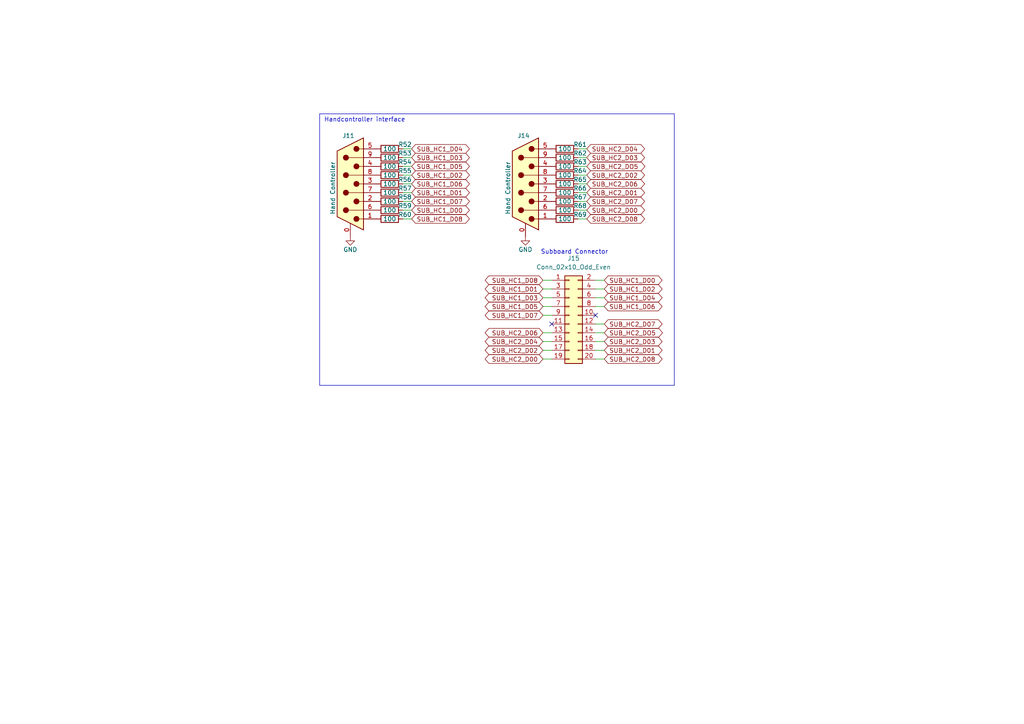
<source format=kicad_sch>
(kicad_sch (version 20231120) (generator "eeschema") (generator_version "8.0")
  (paper "A4")
  (lib_symbols
    (symbol "Connector:DB9_Male_MountingHoles" (pin_names (offset 1.016) hide)
      (property "Reference" "J" (at 0 16.51 0))
      (property "Value" "DB9_Male_MountingHoles" (at 0 14.605 0))
      (symbol "DB9_Male_MountingHoles_0_1"
        (circle (center -1.778 -10.16) (radius 0.762) (fill (type outline)))
        (circle (center -1.778 -5.08) (radius 0.762) (fill (type outline)))
        (circle (center -1.778 0) (radius 0.762) (fill (type outline)))
        (circle (center -1.778 5.08) (radius 0.762) (fill (type outline)))
        (circle (center -1.778 10.16) (radius 0.762) (fill (type outline)))
        (polyline (pts (xy -3.81 -10.16) (xy -2.54 -10.16)))
        (polyline (pts (xy -3.81 -7.62) (xy 0.508 -7.62)))
        (polyline (pts (xy -3.81 -5.08) (xy -2.54 -5.08)))
        (polyline (pts (xy -3.81 -2.54) (xy 0.508 -2.54)))
        (polyline (pts (xy -3.81 0) (xy -2.54 0)))
        (polyline (pts (xy -3.81 2.54) (xy 0.508 2.54)))
        (polyline (pts (xy -3.81 5.08) (xy -2.54 5.08)))
        (polyline (pts (xy -3.81 7.62) (xy 0.508 7.62)))
        (polyline (pts (xy -3.81 10.16) (xy -2.54 10.16)))
        (polyline (pts (xy -3.81 -13.335) (xy -3.81 13.335) (xy 3.81 9.525) (xy 3.81 -9.525) (xy -3.81 -13.335)) (stroke (width 0.254)) (fill (type background)))
        (circle (center 1.27 -7.62) (radius 0.762) (fill (type outline)))
        (circle (center 1.27 -2.54) (radius 0.762) (fill (type outline)))
        (circle (center 1.27 2.54) (radius 0.762) (fill (type outline)))
        (circle (center 1.27 7.62) (radius 0.762) (fill (type outline)))
      )
      (symbol "DB9_Male_MountingHoles_1_1"
        (pin passive line (at 0 -15.24 90) (length 3.81) (name "PAD") (number "0"))
        (pin passive line (at -7.62 -10.16 0) (length 3.81) (name "1") (number "1"))
        (pin passive line (at -7.62 -5.08 0) (length 3.81) (name "2") (number "2"))
        (pin passive line (at -7.62 0 0) (length 3.81) (name "3") (number "3"))
        (pin passive line (at -7.62 5.08 0) (length 3.81) (name "4") (number "4"))
        (pin passive line (at -7.62 10.16 0) (length 3.81) (name "5") (number "5"))
        (pin passive line (at -7.62 -7.62 0) (length 3.81) (name "6") (number "6"))
        (pin passive line (at -7.62 -2.54 0) (length 3.81) (name "7") (number "7"))
        (pin passive line (at -7.62 2.54 0) (length 3.81) (name "8") (number "8"))
        (pin passive line (at -7.62 7.62 0) (length 3.81) (name "9") (number "9"))
      )
    )
    (symbol "Connector_Generic:Conn_02x10_Odd_Even" (pin_names (offset 1.016) hide)
      (property "Reference" "J" (at 1.27 12.7 0))
      (property "Value" "Conn_02x10_Odd_Even" (at 1.27 -15.24 0))
      (symbol "Conn_02x10_Odd_Even_1_1"
        (rectangle (start -1.27 -12.573) (end 0 -12.827) (stroke (width 0.1524)))
        (rectangle (start -1.27 -10.033) (end 0 -10.287) (stroke (width 0.1524)))
        (rectangle (start -1.27 -7.493) (end 0 -7.747) (stroke (width 0.1524)))
        (rectangle (start -1.27 -4.953) (end 0 -5.207) (stroke (width 0.1524)))
        (rectangle (start -1.27 -2.413) (end 0 -2.667) (stroke (width 0.1524)))
        (rectangle (start -1.27 0.127) (end 0 -0.127) (stroke (width 0.1524)))
        (rectangle (start -1.27 2.667) (end 0 2.413) (stroke (width 0.1524)))
        (rectangle (start -1.27 5.207) (end 0 4.953) (stroke (width 0.1524)))
        (rectangle (start -1.27 7.747) (end 0 7.493) (stroke (width 0.1524)))
        (rectangle (start -1.27 10.287) (end 0 10.033) (stroke (width 0.1524)))
        (rectangle (start -1.27 11.43) (end 3.81 -13.97) (stroke (width 0.254)) (fill (type background)))
        (rectangle (start 3.81 -12.573) (end 2.54 -12.827) (stroke (width 0.1524)))
        (rectangle (start 3.81 -10.033) (end 2.54 -10.287) (stroke (width 0.1524)))
        (rectangle (start 3.81 -7.493) (end 2.54 -7.747) (stroke (width 0.1524)))
        (rectangle (start 3.81 -4.953) (end 2.54 -5.207) (stroke (width 0.1524)))
        (rectangle (start 3.81 -2.413) (end 2.54 -2.667) (stroke (width 0.1524)))
        (rectangle (start 3.81 0.127) (end 2.54 -0.127) (stroke (width 0.1524)))
        (rectangle (start 3.81 2.667) (end 2.54 2.413) (stroke (width 0.1524)))
        (rectangle (start 3.81 5.207) (end 2.54 4.953) (stroke (width 0.1524)))
        (rectangle (start 3.81 7.747) (end 2.54 7.493) (stroke (width 0.1524)))
        (rectangle (start 3.81 10.287) (end 2.54 10.033) (stroke (width 0.1524)))
        (pin passive line (at -5.08 10.16 0) (length 3.81) (name "Pin_1") (number "1"))
        (pin passive line (at 7.62 0 180) (length 3.81) (name "Pin_10") (number "10"))
        (pin passive line (at -5.08 -2.54 0) (length 3.81) (name "Pin_11") (number "11"))
        (pin passive line (at 7.62 -2.54 180) (length 3.81) (name "Pin_12") (number "12"))
        (pin passive line (at -5.08 -5.08 0) (length 3.81) (name "Pin_13") (number "13"))
        (pin passive line (at 7.62 -5.08 180) (length 3.81) (name "Pin_14") (number "14"))
        (pin passive line (at -5.08 -7.62 0) (length 3.81) (name "Pin_15") (number "15"))
        (pin passive line (at 7.62 -7.62 180) (length 3.81) (name "Pin_16") (number "16"))
        (pin passive line (at -5.08 -10.16 0) (length 3.81) (name "Pin_17") (number "17"))
        (pin passive line (at 7.62 -10.16 180) (length 3.81) (name "Pin_18") (number "18"))
        (pin passive line (at -5.08 -12.7 0) (length 3.81) (name "Pin_19") (number "19"))
        (pin passive line (at 7.62 10.16 180) (length 3.81) (name "Pin_2") (number "2"))
        (pin passive line (at 7.62 -12.7 180) (length 3.81) (name "Pin_20") (number "20"))
        (pin passive line (at -5.08 7.62 0) (length 3.81) (name "Pin_3") (number "3"))
        (pin passive line (at 7.62 7.62 180) (length 3.81) (name "Pin_4") (number "4"))
        (pin passive line (at -5.08 5.08 0) (length 3.81) (name "Pin_5") (number "5"))
        (pin passive line (at 7.62 5.08 180) (length 3.81) (name "Pin_6") (number "6"))
        (pin passive line (at -5.08 2.54 0) (length 3.81) (name "Pin_7") (number "7"))
        (pin passive line (at 7.62 2.54 180) (length 3.81) (name "Pin_8") (number "8"))
        (pin passive line (at -5.08 0 0) (length 3.81) (name "Pin_9") (number "9"))
      )
    )
    (symbol "Device:R" (pin_numbers hide) (pin_names (offset 0))
      (property "Reference" "R" (at 2.032 0 90))
      (property "Value" "R" (at 0 0 90))
      (symbol "R_0_1"
        (rectangle (start -1.016 -2.54) (end 1.016 2.54) (stroke (width 0.254)))
      )
      (symbol "R_1_1"
        (pin passive line (at 0 3.81 270) (length 1.27) (name "~") (number "1"))
        (pin passive line (at 0 -3.81 90) (length 1.27) (name "~") (number "2"))
      )
    )
    (symbol "power:GND" (power) (pin_names (offset 0))
      (property "Value" "GND" (at 0 -3.81 0))
      (symbol "GND_0_1"
        (polyline (pts (xy 0 0) (xy 0 -1.27) (xy 1.27 -1.27) (xy 0 -2.54) (xy -1.27 -1.27) (xy 0 -1.27)))
      )
      (symbol "GND_1_1"
        (pin power_in line (at 0 0 270) (length 0) hide (name "GND") (number "1"))
      )
    )
  )
  (no_connect (at 160.02 93.98))
  (no_connect (at 172.72 91.44))
  (wire (pts (xy 116.84 55.88) (xy 119.38 55.88)))
  (wire (pts (xy 172.72 86.36) (xy 175.26 86.36)))
  (wire (pts (xy 172.72 81.28) (xy 175.26 81.28)))
  (wire (pts (xy 116.84 58.42) (xy 119.38 58.42)))
  (wire (pts (xy 167.64 48.26) (xy 170.18 48.26)))
  (wire (pts (xy 116.84 45.72) (xy 119.38 45.72)))
  (wire (pts (xy 116.84 60.96) (xy 119.38 60.96)))
  (wire (pts (xy 172.72 104.14) (xy 175.26 104.14)))
  (wire (pts (xy 157.48 91.44) (xy 160.02 91.44)))
  (wire (pts (xy 157.48 86.36) (xy 160.02 86.36)))
  (wire (pts (xy 172.72 83.82) (xy 175.26 83.82)))
  (wire (pts (xy 172.72 101.6) (xy 175.26 101.6)))
  (wire (pts (xy 172.72 96.52) (xy 175.26 96.52)))
  (wire (pts (xy 157.48 99.06) (xy 160.02 99.06)))
  (wire (pts (xy 167.64 50.8) (xy 170.18 50.8)))
  (wire (pts (xy 157.48 81.28) (xy 160.02 81.28)))
  (polyline (pts (xy 92.71 33.02) (xy 195.58 33.02)) (stroke (width 0) (type solid)))
  (polyline (pts (xy 92.71 111.76) (xy 195.58 111.76)) (stroke (width 0) (type solid)))
  (wire (pts (xy 116.84 48.26) (xy 119.38 48.26)))
  (polyline (pts (xy 92.71 33.02) (xy 92.71 111.76)) (stroke (width 0) (type solid)))
  (wire (pts (xy 116.84 50.8) (xy 119.38 50.8)))
  (wire (pts (xy 116.84 53.34) (xy 119.38 53.34)))
  (wire (pts (xy 167.64 63.5) (xy 170.18 63.5)))
  (wire (pts (xy 172.72 99.06) (xy 175.26 99.06)))
  (wire (pts (xy 157.48 96.52) (xy 160.02 96.52)))
  (wire (pts (xy 167.64 55.88) (xy 170.18 55.88)))
  (wire (pts (xy 116.84 63.5) (xy 119.38 63.5)))
  (wire (pts (xy 157.48 101.6) (xy 160.02 101.6)))
  (wire (pts (xy 172.72 93.98) (xy 175.26 93.98)))
  (wire (pts (xy 167.64 43.18) (xy 170.18 43.18)))
  (wire (pts (xy 116.84 43.18) (xy 119.38 43.18)))
  (wire (pts (xy 157.48 88.9) (xy 160.02 88.9)))
  (wire (pts (xy 157.48 104.14) (xy 160.02 104.14)))
  (wire (pts (xy 167.64 45.72) (xy 170.18 45.72)))
  (wire (pts (xy 172.72 88.9) (xy 175.26 88.9)))
  (wire (pts (xy 167.64 60.96) (xy 170.18 60.96)))
  (wire (pts (xy 167.64 58.42) (xy 170.18 58.42)))
  (wire (pts (xy 157.48 83.82) (xy 160.02 83.82)))
  (wire (pts (xy 167.64 53.34) (xy 170.18 53.34)))
  (polyline (pts (xy 195.58 33.02) (xy 195.58 111.76)) (stroke (width 0) (type solid)))
  (text "Subboard Connector" (at 166.624 73.914 0) (effects (font (size 1.27 1.27)) (justify bottom)))
  (text "Handcontroller interface" (at 93.98 35.56 0) (effects (font (size 1.27 1.27)) (justify left bottom)))
  (global_label "SUB_HC2_D08" (shape bidirectional) (at 170.18 63.5 0) (property "Intersheetrefs" "${INTERSHEET_REFS}" (effects (hide yes))))
  (global_label "SUB_HC1_D08" (shape bidirectional) (at 119.38 63.5 0) (property "Intersheetrefs" "${INTERSHEET_REFS}" (effects (hide yes))))
  (global_label "SUB_HC1_D06" (shape bidirectional) (at 119.38 53.34 0) (property "Intersheetrefs" "${INTERSHEET_REFS}" (effects (hide yes))))
  (global_label "SUB_HC2_D03" (shape bidirectional) (at 175.26 99.06 0) (property "Intersheetrefs" "${INTERSHEET_REFS}" (effects (hide yes))))
  (global_label "SUB_HC1_D03" (shape bidirectional) (at 157.48 86.36 180) (property "Intersheetrefs" "${INTERSHEET_REFS}" (effects (hide yes))))
  (global_label "SUB_HC1_D02" (shape bidirectional) (at 175.26 83.82 0) (property "Intersheetrefs" "${INTERSHEET_REFS}" (effects (hide yes))))
  (global_label "SUB_HC2_D01" (shape bidirectional) (at 175.26 101.6 0) (property "Intersheetrefs" "${INTERSHEET_REFS}" (effects (hide yes))))
  (global_label "SUB_HC2_D06" (shape bidirectional) (at 170.18 53.34 0) (property "Intersheetrefs" "${INTERSHEET_REFS}" (effects (hide yes))))
  (global_label "SUB_HC2_D02" (shape bidirectional) (at 170.18 50.8 0) (property "Intersheetrefs" "${INTERSHEET_REFS}" (effects (hide yes))))
  (global_label "SUB_HC1_D01" (shape bidirectional) (at 157.48 83.82 180) (property "Intersheetrefs" "${INTERSHEET_REFS}" (effects (hide yes))))
  (global_label "SUB_HC1_D02" (shape bidirectional) (at 119.38 50.8 0) (property "Intersheetrefs" "${INTERSHEET_REFS}" (effects (hide yes))))
  (global_label "SUB_HC2_D00" (shape bidirectional) (at 157.48 104.14 180) (property "Intersheetrefs" "${INTERSHEET_REFS}" (effects (hide yes))))
  (global_label "SUB_HC1_D00" (shape bidirectional) (at 119.38 60.96 0) (property "Intersheetrefs" "${INTERSHEET_REFS}" (effects (hide yes))))
  (global_label "SUB_HC1_D07" (shape bidirectional) (at 157.48 91.44 180) (property "Intersheetrefs" "${INTERSHEET_REFS}" (effects (hide yes))))
  (global_label "SUB_HC1_D05" (shape bidirectional) (at 157.48 88.9 180) (property "Intersheetrefs" "${INTERSHEET_REFS}" (effects (hide yes))))
  (global_label "SUB_HC1_D06" (shape bidirectional) (at 175.26 88.9 0) (property "Intersheetrefs" "${INTERSHEET_REFS}" (effects (hide yes))))
  (global_label "SUB_HC2_D02" (shape bidirectional) (at 157.48 101.6 180) (property "Intersheetrefs" "${INTERSHEET_REFS}" (effects (hide yes))))
  (global_label "SUB_HC2_D07" (shape bidirectional) (at 175.26 93.98 0) (property "Intersheetrefs" "${INTERSHEET_REFS}" (effects (hide yes))))
  (global_label "SUB_HC1_D01" (shape bidirectional) (at 119.38 55.88 0) (property "Intersheetrefs" "${INTERSHEET_REFS}" (effects (hide yes))))
  (global_label "SUB_HC1_D04" (shape bidirectional) (at 175.26 86.36 0) (property "Intersheetrefs" "${INTERSHEET_REFS}" (effects (hide yes))))
  (global_label "SUB_HC1_D08" (shape bidirectional) (at 157.48 81.28 180) (property "Intersheetrefs" "${INTERSHEET_REFS}" (effects (hide yes))))
  (global_label "SUB_HC2_D04" (shape bidirectional) (at 170.18 43.18 0) (property "Intersheetrefs" "${INTERSHEET_REFS}" (effects (hide yes))))
  (global_label "SUB_HC1_D05" (shape bidirectional) (at 119.38 48.26 0) (property "Intersheetrefs" "${INTERSHEET_REFS}" (effects (hide yes))))
  (global_label "SUB_HC2_D00" (shape bidirectional) (at 170.18 60.96 0) (property "Intersheetrefs" "${INTERSHEET_REFS}" (effects (hide yes))))
  (global_label "SUB_HC2_D07" (shape bidirectional) (at 170.18 58.42 0) (property "Intersheetrefs" "${INTERSHEET_REFS}" (effects (hide yes))))
  (global_label "SUB_HC2_D08" (shape bidirectional) (at 175.26 104.14 0) (property "Intersheetrefs" "${INTERSHEET_REFS}" (effects (hide yes))))
  (global_label "SUB_HC1_D07" (shape bidirectional) (at 119.38 58.42 0) (property "Intersheetrefs" "${INTERSHEET_REFS}" (effects (hide yes))))
  (global_label "SUB_HC1_D00" (shape bidirectional) (at 175.26 81.28 0) (property "Intersheetrefs" "${INTERSHEET_REFS}" (effects (hide yes))))
  (global_label "SUB_HC1_D04" (shape bidirectional) (at 119.38 43.18 0) (property "Intersheetrefs" "${INTERSHEET_REFS}" (effects (hide yes))))
  (global_label "SUB_HC2_D06" (shape bidirectional) (at 157.48 96.52 180) (property "Intersheetrefs" "${INTERSHEET_REFS}" (effects (hide yes))))
  (global_label "SUB_HC2_D01" (shape bidirectional) (at 170.18 55.88 0) (property "Intersheetrefs" "${INTERSHEET_REFS}" (effects (hide yes))))
  (global_label "SUB_HC2_D03" (shape bidirectional) (at 170.18 45.72 0) (property "Intersheetrefs" "${INTERSHEET_REFS}" (effects (hide yes))))
  (global_label "SUB_HC1_D03" (shape bidirectional) (at 119.38 45.72 0) (property "Intersheetrefs" "${INTERSHEET_REFS}" (effects (hide yes))))
  (global_label "SUB_HC2_DO5" (shape bidirectional) (at 170.18 48.26 0) (property "Intersheetrefs" "${INTERSHEET_REFS}" (effects (hide yes))))
  (global_label "SUB_HC2_D04" (shape bidirectional) (at 157.48 99.06 180) (property "Intersheetrefs" "${INTERSHEET_REFS}" (effects (hide yes))))
  (global_label "SUB_HC2_DO5" (shape bidirectional) (at 175.26 96.52 0) (property "Intersheetrefs" "${INTERSHEET_REFS}" (effects (hide yes))))
  (symbol (lib_id "Device:R") (at 113.03 63.5 90) (unit 1)
    (property "Reference" "R60" (at 117.475 62.23 90))
    (property "Value" "100" (at 113.03 63.5 90))
    (property "Footprint" "Resistor_SMD:R_0603_1608Metric" (effects (hide yes)))
    (property "JLCPCB" "C22775" (effects (hide yes)))
  )
  (symbol (lib_id "Connector:DB9_Male_MountingHoles") (at 101.6 53.34 0) (mirror y) (unit 1)
    (property "Reference" "J11" (at 102.87 39.37 0) (effects (justify left)))
    (property "Value" "Hand Controller" (at 96.52 62.23 90) (effects (justify left)))
    (property "Footprint" "Connector_Dsub:DSUB-9_Male_Horizontal_P2.77x2.84mm_EdgePinOffset9.90mm_Housed_MountingHolesOffset11.32mm" (effects (hide yes)))
    (property "JLCPCB" "C305940" (effects (hide yes)))
  )
  (symbol (lib_id "Device:R") (at 113.03 60.96 90) (unit 1)
    (property "Reference" "R59" (at 117.475 59.69 90))
    (property "Value" "100" (at 113.03 60.96 90))
    (property "Footprint" "Resistor_SMD:R_0603_1608Metric" (effects (hide yes)))
    (property "JLCPCB" "C22775" (effects (hide yes)))
  )
  (symbol (lib_id "power:GND") (at 101.6 68.58 0) (mirror y) (unit 1)
    (property "Reference" "#PWR073" (effects (hide yes)))
    (property "Value" "GND" (at 101.6 72.39 0))
  )
  (symbol (lib_id "Device:R") (at 163.83 60.96 90) (unit 1)
    (property "Reference" "R68" (at 168.275 59.69 90))
    (property "Value" "100" (at 163.83 60.96 90))
    (property "Footprint" "Resistor_SMD:R_0603_1608Metric" (effects (hide yes)))
    (property "JLCPCB" "C22775" (effects (hide yes)))
  )
  (symbol (lib_id "Connector_Generic:Conn_02x10_Odd_Even") (at 165.1 91.44 0) (unit 1)
    (property "Reference" "J15" (at 166.37 74.93 0))
    (property "Value" "Conn_02x10_Odd_Even" (at 166.37 77.47 0))
    (property "Footprint" "Connector_IDC:IDC-Header_2x10_P2.54mm_Vertical" (effects (hide yes)))
    (property "Description" "Generic connector, double row, 02x10, odd/even pin numbering scheme (row 1 odd numbers, row 2 even numbers), script generated (kicad-library-utils/schlib/autogen/connector/)" (effects (hide yes)))
  )
  (symbol (lib_id "Device:R") (at 113.03 43.18 90) (unit 1)
    (property "Reference" "R52" (at 117.475 41.91 90))
    (property "Value" "100" (at 113.03 43.18 90))
    (property "Footprint" "Resistor_SMD:R_0603_1608Metric" (effects (hide yes)))
    (property "JLCPCB" "C22775" (effects (hide yes)))
  )
  (symbol (lib_id "Connector:DB9_Male_MountingHoles") (at 152.4 53.34 0) (mirror y) (unit 1)
    (property "Reference" "J14" (at 153.67 39.37 0) (effects (justify left)))
    (property "Value" "Hand Controller" (at 147.32 62.23 90) (effects (justify left)))
    (property "Footprint" "Connector_Dsub:DSUB-9_Male_Horizontal_P2.77x2.84mm_EdgePinOffset9.90mm_Housed_MountingHolesOffset11.32mm" (effects (hide yes)))
    (property "JLCPCB" "C305940" (effects (hide yes)))
  )
  (symbol (lib_id "Device:R") (at 163.83 63.5 90) (unit 1)
    (property "Reference" "R69" (at 168.275 62.23 90))
    (property "Value" "100" (at 163.83 63.5 90))
    (property "Footprint" "Resistor_SMD:R_0603_1608Metric" (effects (hide yes)))
    (property "JLCPCB" "C22775" (effects (hide yes)))
  )
  (symbol (lib_id "Device:R") (at 113.03 48.26 90) (unit 1)
    (property "Reference" "R54" (at 117.475 46.99 90))
    (property "Value" "100" (at 113.03 48.26 90))
    (property "Footprint" "Resistor_SMD:R_0603_1608Metric" (effects (hide yes)))
    (property "JLCPCB" "C22775" (effects (hide yes)))
  )
  (symbol (lib_id "Device:R") (at 163.83 50.8 90) (unit 1)
    (property "Reference" "R64" (at 168.275 49.53 90))
    (property "Value" "100" (at 163.83 50.8 90))
    (property "Footprint" "Resistor_SMD:R_0603_1608Metric" (effects (hide yes)))
    (property "JLCPCB" "C22775" (effects (hide yes)))
  )
  (symbol (lib_id "Device:R") (at 113.03 58.42 90) (unit 1)
    (property "Reference" "R58" (at 117.475 57.15 90))
    (property "Value" "100" (at 113.03 58.42 90))
    (property "Footprint" "Resistor_SMD:R_0603_1608Metric" (effects (hide yes)))
    (property "JLCPCB" "C22775" (effects (hide yes)))
  )
  (symbol (lib_id "Device:R") (at 113.03 45.72 90) (unit 1)
    (property "Reference" "R53" (at 117.475 44.45 90))
    (property "Value" "100" (at 113.03 45.72 90))
    (property "Footprint" "Resistor_SMD:R_0603_1608Metric" (effects (hide yes)))
    (property "JLCPCB" "C22775" (effects (hide yes)))
  )
  (symbol (lib_id "power:GND") (at 152.4 68.58 0) (mirror y) (unit 1)
    (property "Reference" "#PWR090" (effects (hide yes)))
    (property "Value" "GND" (at 152.4 72.39 0))
  )
  (symbol (lib_id "Device:R") (at 113.03 50.8 90) (unit 1)
    (property "Reference" "R55" (at 117.475 49.53 90))
    (property "Value" "100" (at 113.03 50.8 90))
    (property "Footprint" "Resistor_SMD:R_0603_1608Metric" (effects (hide yes)))
    (property "JLCPCB" "C22775" (effects (hide yes)))
  )
  (symbol (lib_id "Device:R") (at 113.03 55.88 90) (unit 1)
    (property "Reference" "R57" (at 117.475 54.61 90))
    (property "Value" "100" (at 113.03 55.88 90))
    (property "Footprint" "Resistor_SMD:R_0603_1608Metric" (effects (hide yes)))
    (property "JLCPCB" "C22775" (effects (hide yes)))
  )
  (symbol (lib_id "Device:R") (at 163.83 58.42 90) (unit 1)
    (property "Reference" "R67" (at 168.275 57.15 90))
    (property "Value" "100" (at 163.83 58.42 90))
    (property "Footprint" "Resistor_SMD:R_0603_1608Metric" (effects (hide yes)))
    (property "JLCPCB" "C22775" (effects (hide yes)))
  )
  (symbol (lib_id "Device:R") (at 113.03 53.34 90) (unit 1)
    (property "Reference" "R56" (at 117.475 52.07 90))
    (property "Value" "100" (at 113.03 53.34 90))
    (property "Footprint" "Resistor_SMD:R_0603_1608Metric" (effects (hide yes)))
    (property "JLCPCB" "C22775" (effects (hide yes)))
  )
  (symbol (lib_id "Device:R") (at 163.83 45.72 90) (unit 1)
    (property "Reference" "R62" (at 168.275 44.45 90))
    (property "Value" "100" (at 163.83 45.72 90))
    (property "Footprint" "Resistor_SMD:R_0603_1608Metric" (effects (hide yes)))
    (property "JLCPCB" "C22775" (effects (hide yes)))
  )
  (symbol (lib_id "Device:R") (at 163.83 53.34 90) (unit 1)
    (property "Reference" "R65" (at 168.275 52.07 90))
    (property "Value" "100" (at 163.83 53.34 90))
    (property "Footprint" "Resistor_SMD:R_0603_1608Metric" (effects (hide yes)))
    (property "JLCPCB" "C22775" (effects (hide yes)))
  )
  (symbol (lib_id "Device:R") (at 163.83 43.18 90) (unit 1)
    (property "Reference" "R61" (at 168.275 41.91 90))
    (property "Value" "100" (at 163.83 43.18 90))
    (property "Footprint" "Resistor_SMD:R_0603_1608Metric" (effects (hide yes)))
    (property "JLCPCB" "C22775" (effects (hide yes)))
  )
  (symbol (lib_id "Device:R") (at 163.83 48.26 90) (unit 1)
    (property "Reference" "R63" (at 168.275 46.99 90))
    (property "Value" "100" (at 163.83 48.26 90))
    (property "Footprint" "Resistor_SMD:R_0603_1608Metric" (effects (hide yes)))
    (property "JLCPCB" "C22775" (effects (hide yes)))
  )
  (symbol (lib_id "Device:R") (at 163.83 55.88 90) (unit 1)
    (property "Reference" "R66" (at 168.275 54.61 90))
    (property "Value" "100" (at 163.83 55.88 90))
    (property "Footprint" "Resistor_SMD:R_0603_1608Metric" (effects (hide yes)))
    (property "JLCPCB" "C22775" (effects (hide yes)))
  )
)
</source>
